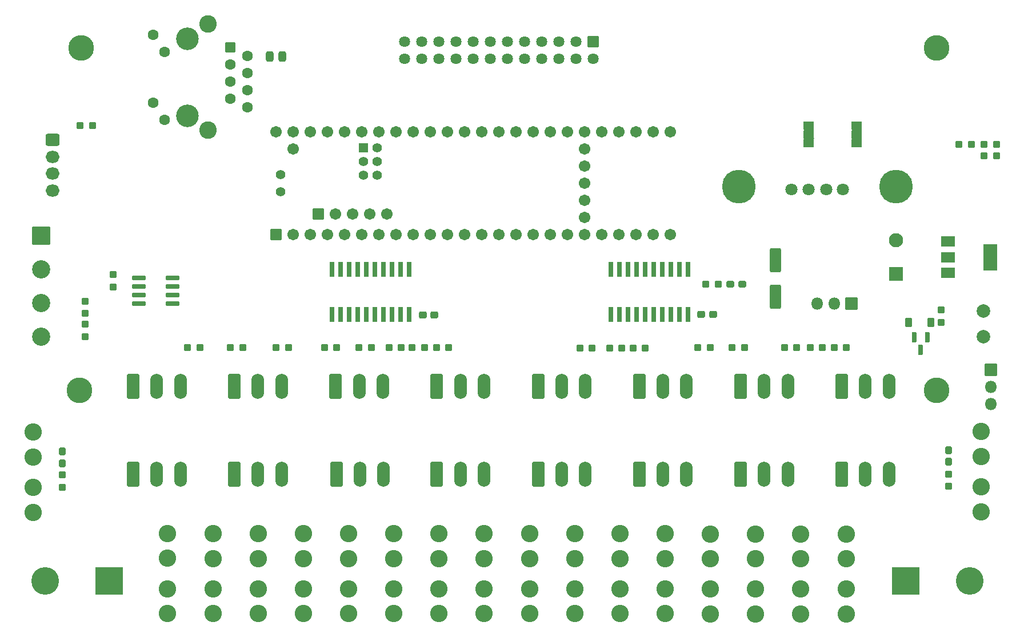
<source format=gbr>
%TF.GenerationSoftware,KiCad,Pcbnew,(6.0.7)*%
%TF.CreationDate,2022-08-24T09:40:48-04:00*%
%TF.ProjectId,Teensy_16,5465656e-7379-45f3-9136-2e6b69636164,v1*%
%TF.SameCoordinates,Original*%
%TF.FileFunction,Soldermask,Top*%
%TF.FilePolarity,Negative*%
%FSLAX46Y46*%
G04 Gerber Fmt 4.6, Leading zero omitted, Abs format (unit mm)*
G04 Created by KiCad (PCBNEW (6.0.7)) date 2022-08-24 09:40:48*
%MOMM*%
%LPD*%
G01*
G04 APERTURE LIST*
G04 Aperture macros list*
%AMRoundRect*
0 Rectangle with rounded corners*
0 $1 Rounding radius*
0 $2 $3 $4 $5 $6 $7 $8 $9 X,Y pos of 4 corners*
0 Add a 4 corners polygon primitive as box body*
4,1,4,$2,$3,$4,$5,$6,$7,$8,$9,$2,$3,0*
0 Add four circle primitives for the rounded corners*
1,1,$1+$1,$2,$3*
1,1,$1+$1,$4,$5*
1,1,$1+$1,$6,$7*
1,1,$1+$1,$8,$9*
0 Add four rect primitives between the rounded corners*
20,1,$1+$1,$2,$3,$4,$5,0*
20,1,$1+$1,$4,$5,$6,$7,0*
20,1,$1+$1,$6,$7,$8,$9,0*
20,1,$1+$1,$8,$9,$2,$3,0*%
G04 Aperture macros list end*
%ADD10RoundRect,0.288500X-0.300000X-0.237500X0.300000X-0.237500X0.300000X0.237500X-0.300000X0.237500X0*%
%ADD11C,2.577000*%
%ADD12RoundRect,0.301000X-0.650000X-1.550000X0.650000X-1.550000X0.650000X1.550000X-0.650000X1.550000X0*%
%ADD13O,1.902000X3.702000*%
%ADD14RoundRect,0.051000X-0.450000X-0.600000X0.450000X-0.600000X0.450000X0.600000X-0.450000X0.600000X0*%
%ADD15RoundRect,0.288500X0.237500X-0.250000X0.237500X0.250000X-0.237500X0.250000X-0.237500X-0.250000X0*%
%ADD16C,3.802000*%
%ADD17C,5.000000*%
%ADD18C,1.802000*%
%ADD19RoundRect,0.288500X-0.237500X0.287500X-0.237500X-0.287500X0.237500X-0.287500X0.237500X0.287500X0*%
%ADD20RoundRect,0.288500X-0.237500X0.250000X-0.237500X-0.250000X0.237500X-0.250000X0.237500X0.250000X0*%
%ADD21RoundRect,0.288500X-0.287500X-0.237500X0.287500X-0.237500X0.287500X0.237500X-0.287500X0.237500X0*%
%ADD22RoundRect,0.301000X0.250000X0.475000X-0.250000X0.475000X-0.250000X-0.475000X0.250000X-0.475000X0*%
%ADD23RoundRect,0.051000X-0.279400X1.079500X-0.279400X-1.079500X0.279400X-1.079500X0.279400X1.079500X0*%
%ADD24RoundRect,0.201000X0.825000X0.150000X-0.825000X0.150000X-0.825000X-0.150000X0.825000X-0.150000X0*%
%ADD25C,3.352000*%
%ADD26RoundRect,0.301500X-0.499500X0.499500X-0.499500X-0.499500X0.499500X-0.499500X0.499500X0.499500X0*%
%ADD27C,1.602000*%
%ADD28C,2.602000*%
%ADD29RoundRect,0.051000X0.750000X-0.500000X0.750000X0.500000X-0.750000X0.500000X-0.750000X-0.500000X0*%
%ADD30RoundRect,0.051000X-0.750000X0.500000X-0.750000X-0.500000X0.750000X-0.500000X0.750000X0.500000X0*%
%ADD31RoundRect,0.051000X2.000000X2.000000X-2.000000X2.000000X-2.000000X-2.000000X2.000000X-2.000000X0*%
%ADD32C,4.102000*%
%ADD33RoundRect,0.051000X-2.000000X-2.000000X2.000000X-2.000000X2.000000X2.000000X-2.000000X2.000000X0*%
%ADD34RoundRect,0.051000X0.765000X0.765000X-0.765000X0.765000X-0.765000X-0.765000X0.765000X-0.765000X0*%
%ADD35C,1.632000*%
%ADD36RoundRect,0.051000X-0.800000X-0.800000X0.800000X-0.800000X0.800000X0.800000X-0.800000X0.800000X0*%
%ADD37C,1.702000*%
%ADD38RoundRect,0.051000X-0.650000X-0.650000X0.650000X-0.650000X0.650000X0.650000X-0.650000X0.650000X0*%
%ADD39C,1.402000*%
%ADD40RoundRect,0.051000X-0.850000X0.850000X-0.850000X-0.850000X0.850000X-0.850000X0.850000X0.850000X0*%
%ADD41O,1.802000X1.802000*%
%ADD42RoundRect,0.051000X-1.000000X-0.750000X1.000000X-0.750000X1.000000X0.750000X-1.000000X0.750000X0*%
%ADD43RoundRect,0.051000X-1.000000X-1.900000X1.000000X-1.900000X1.000000X1.900000X-1.000000X1.900000X0*%
%ADD44RoundRect,0.301000X-0.725000X0.600000X-0.725000X-0.600000X0.725000X-0.600000X0.725000X0.600000X0*%
%ADD45O,2.052000X1.802000*%
%ADD46C,2.006000*%
%ADD47RoundRect,0.051000X-0.850000X-0.850000X0.850000X-0.850000X0.850000X0.850000X-0.850000X0.850000X0*%
%ADD48RoundRect,0.051000X-1.300000X1.300000X-1.300000X-1.300000X1.300000X-1.300000X1.300000X1.300000X0*%
%ADD49C,2.702000*%
%ADD50RoundRect,0.288500X-0.250000X-0.237500X0.250000X-0.237500X0.250000X0.237500X-0.250000X0.237500X0*%
%ADD51RoundRect,0.301000X0.550000X-1.500000X0.550000X1.500000X-0.550000X1.500000X-0.550000X-1.500000X0*%
%ADD52RoundRect,0.051000X1.000000X-1.000000X1.000000X1.000000X-1.000000X1.000000X-1.000000X-1.000000X0*%
%ADD53C,2.102000*%
%ADD54RoundRect,0.288500X0.250000X0.237500X-0.250000X0.237500X-0.250000X-0.237500X0.250000X-0.237500X0*%
%ADD55RoundRect,0.201000X-0.150000X0.587500X-0.150000X-0.587500X0.150000X-0.587500X0.150000X0.587500X0*%
G04 APERTURE END LIST*
D10*
%TO.C,C4*%
X-69087700Y23653700D03*
X-67362700Y23653700D03*
%TD*%
D11*
%TO.C,F18*%
X-126834600Y-5635100D03*
X-126834600Y-1935100D03*
X-126834600Y2564900D03*
X-126834600Y6264900D03*
%TD*%
D12*
%TO.C,J2*%
X-112017200Y3500D03*
D13*
X-108517200Y3500D03*
X-105017200Y3500D03*
%TD*%
D12*
%TO.C,J5*%
X-82017200Y13003500D03*
D13*
X-78517200Y13003500D03*
X-75017200Y13003500D03*
%TD*%
D12*
%TO.C,J6*%
X-81902858Y3500D03*
D13*
X-78402858Y3500D03*
X-74902858Y3500D03*
%TD*%
D12*
%TO.C,J7*%
X-67017200Y13003500D03*
D13*
X-63517200Y13003500D03*
X-60017200Y13003500D03*
%TD*%
D12*
%TO.C,J8*%
X-67017200Y3500D03*
D13*
X-63517200Y3500D03*
X-60017200Y3500D03*
%TD*%
D12*
%TO.C,J9*%
X-52017200Y13003500D03*
D13*
X-48517200Y13003500D03*
X-45017200Y13003500D03*
%TD*%
D12*
%TO.C,J10*%
X-52017200Y3500D03*
D13*
X-48517200Y3500D03*
X-45017200Y3500D03*
%TD*%
D12*
%TO.C,J11*%
X-37017200Y13003500D03*
D13*
X-33517200Y13003500D03*
X-30017200Y13003500D03*
%TD*%
D12*
%TO.C,J12*%
X-37017200Y3500D03*
D13*
X-33517200Y3500D03*
X-30017200Y3500D03*
%TD*%
D12*
%TO.C,J13*%
X-22017200Y13003500D03*
D13*
X-18517200Y13003500D03*
X-15017200Y13003500D03*
%TD*%
D12*
%TO.C,J14*%
X-22017200Y3500D03*
D13*
X-18517200Y3500D03*
X-15017200Y3500D03*
%TD*%
D12*
%TO.C,J15*%
X-7017200Y13003500D03*
D13*
X-3517200Y13003500D03*
X-17200Y13003500D03*
%TD*%
D12*
%TO.C,J16*%
X-7017200Y3500D03*
D13*
X-3517200Y3500D03*
X-17200Y3500D03*
%TD*%
D11*
%TO.C,F1*%
X-106894600Y-20685100D03*
X-106894600Y-16985100D03*
X-106894600Y-12485100D03*
X-106894600Y-8785100D03*
%TD*%
%TO.C,F7*%
X-66692002Y-20695100D03*
X-66692002Y-16995100D03*
X-66692002Y-12495100D03*
X-66692002Y-8795100D03*
%TD*%
%TO.C,F14*%
X-19788971Y-20760100D03*
X-19788971Y-17060100D03*
X-19788971Y-12560100D03*
X-19788971Y-8860100D03*
%TD*%
D10*
%TO.C,C3*%
X-27812700Y23703700D03*
X-26087700Y23703700D03*
%TD*%
D11*
%TO.C,F2*%
X-100194167Y-20700100D03*
X-100194167Y-17000100D03*
X-100194167Y-12500100D03*
X-100194167Y-8800100D03*
%TD*%
%TO.C,F6*%
X-73392435Y-20695100D03*
X-73392435Y-16995100D03*
X-73392435Y-12495100D03*
X-73392435Y-8795100D03*
%TD*%
%TO.C,F8*%
X-59991569Y-20695100D03*
X-59991569Y-16995100D03*
X-59991569Y-12495100D03*
X-59991569Y-8795100D03*
%TD*%
%TO.C,F9*%
X-53291136Y-20695100D03*
X-53291136Y-16995100D03*
X-53291136Y-12495100D03*
X-53291136Y-8795100D03*
%TD*%
%TO.C,F10*%
X-46590703Y-20695100D03*
X-46590703Y-16995100D03*
X-46590703Y-12495100D03*
X-46590703Y-8795100D03*
%TD*%
%TO.C,F16*%
X-6388100Y-20760100D03*
X-6388100Y-17060100D03*
X-6388100Y-12560100D03*
X-6388100Y-8860100D03*
%TD*%
%TO.C,F5*%
X-80092868Y-20695100D03*
X-80092868Y-16995100D03*
X-80092868Y-12495100D03*
X-80092868Y-8795100D03*
%TD*%
%TO.C,F3*%
X-93493734Y-20700100D03*
X-93493734Y-17000100D03*
X-93493734Y-12500100D03*
X-93493734Y-8800100D03*
%TD*%
%TO.C,F13*%
X-26489404Y-20760100D03*
X-26489404Y-17060100D03*
X-26489404Y-12560100D03*
X-26489404Y-8860100D03*
%TD*%
%TO.C,F11*%
X-39890270Y-20695100D03*
X-39890270Y-16995100D03*
X-39890270Y-12495100D03*
X-39890270Y-8795100D03*
%TD*%
%TO.C,F4*%
X-86793301Y-20700100D03*
X-86793301Y-17000100D03*
X-86793301Y-12500100D03*
X-86793301Y-8800100D03*
%TD*%
D12*
%TO.C,J1*%
X-112017200Y13003500D03*
D13*
X-108517200Y13003500D03*
X-105017200Y13003500D03*
%TD*%
D12*
%TO.C,J3*%
X-97017200Y13003500D03*
D13*
X-93517200Y13003500D03*
X-90017200Y13003500D03*
%TD*%
D12*
%TO.C,J4*%
X-97017200Y3500D03*
D13*
X-93517200Y3500D03*
X-90017200Y3500D03*
%TD*%
D14*
%TO.C,D1*%
X2849800Y22553700D03*
X6149800Y22553700D03*
%TD*%
D15*
%TO.C,R2*%
X-114950200Y27791200D03*
X-114950200Y29616200D03*
%TD*%
D11*
%TO.C,F15*%
X-13088538Y-20760100D03*
X-13088538Y-17060100D03*
X-13088538Y-12560100D03*
X-13088538Y-8860100D03*
%TD*%
%TO.C,F12*%
X-33189837Y-20695100D03*
X-33189837Y-16995100D03*
X-33189837Y-12495100D03*
X-33189837Y-8795100D03*
%TD*%
D16*
%TO.C,H4*%
X-119689600Y63284900D03*
%TD*%
D17*
%TO.C,J26*%
X-22300200Y42703700D03*
X999800Y42703700D03*
D18*
X-14450200Y42203700D03*
X-11950200Y42203700D03*
X-9350200Y42203700D03*
X-6850200Y42203700D03*
%TD*%
D19*
%TO.C,D5*%
X-122550200Y3378700D03*
X-122550200Y1628700D03*
%TD*%
%TO.C,D6*%
X8849800Y3578700D03*
X8849800Y1828700D03*
%TD*%
D16*
%TO.C,H2*%
X-119989600Y12484900D03*
%TD*%
D20*
%TO.C,R4*%
X-122550200Y-83800D03*
X-122550200Y-1908800D03*
%TD*%
%TO.C,R5*%
X8849800Y16200D03*
X8849800Y-1808800D03*
%TD*%
D21*
%TO.C,D4*%
X-23525200Y28203700D03*
X-21775200Y28203700D03*
%TD*%
D11*
%TO.C,F17*%
X13608800Y-5578300D03*
X13608800Y-1878300D03*
X13608800Y2621700D03*
X13608800Y6321700D03*
%TD*%
D22*
%TO.C,C5*%
X-89900200Y62003700D03*
X-91800200Y62003700D03*
%TD*%
D23*
%TO.C,U4*%
X-29785200Y30431900D03*
X-31055200Y30431900D03*
X-32325200Y30431900D03*
X-33595200Y30431900D03*
X-34865200Y30431900D03*
X-36135200Y30431900D03*
X-37405200Y30431900D03*
X-38675200Y30431900D03*
X-39945200Y30431900D03*
X-41215200Y30431900D03*
X-41215200Y23675500D03*
X-39945200Y23675500D03*
X-38675200Y23675500D03*
X-37405200Y23675500D03*
X-36135200Y23675500D03*
X-34865200Y23675500D03*
X-33595200Y23675500D03*
X-32325200Y23675500D03*
X-31055200Y23675500D03*
X-29785200Y23675500D03*
%TD*%
%TO.C,U3*%
X-71135200Y30431900D03*
X-72405200Y30431900D03*
X-73675200Y30431900D03*
X-74945200Y30431900D03*
X-76215200Y30431900D03*
X-77485200Y30431900D03*
X-78755200Y30431900D03*
X-80025200Y30431900D03*
X-81295200Y30431900D03*
X-82565200Y30431900D03*
X-82565200Y23675500D03*
X-81295200Y23675500D03*
X-80025200Y23675500D03*
X-78755200Y23675500D03*
X-77485200Y23675500D03*
X-76215200Y23675500D03*
X-74945200Y23675500D03*
X-73675200Y23675500D03*
X-72405200Y23675500D03*
X-71135200Y23675500D03*
%TD*%
D24*
%TO.C,U5*%
X-106175200Y25298700D03*
X-106175200Y26568700D03*
X-106175200Y27838700D03*
X-106175200Y29108700D03*
X-111125200Y29108700D03*
X-111125200Y27838700D03*
X-111125200Y26568700D03*
X-111125200Y25298700D03*
%TD*%
D25*
%TO.C,J20*%
X-103950200Y64618700D03*
X-103950200Y53188700D03*
D26*
X-97600200Y63348700D03*
D27*
X-95060200Y62078700D03*
X-97600200Y60808700D03*
X-95060200Y59538700D03*
X-97600200Y58268700D03*
X-95060200Y56998700D03*
X-97600200Y55728700D03*
X-95060200Y54458700D03*
X-109030200Y65228700D03*
X-107330200Y62688700D03*
X-109030200Y55118700D03*
X-107330200Y52578700D03*
D28*
X-100900200Y51028700D03*
X-100900200Y66778700D03*
%TD*%
D29*
%TO.C,PIN4*%
X-4792700Y49103700D03*
X-4792700Y50403700D03*
X-4792700Y51703700D03*
%TD*%
D30*
%TO.C,PIN3*%
X-11892700Y51703700D03*
X-11892700Y50403700D03*
X-11892700Y49103700D03*
%TD*%
D31*
%TO.C,J17*%
X-115550200Y-15796300D03*
D32*
X-125050200Y-15796300D03*
%TD*%
D33*
%TO.C,J18*%
X2449800Y-15796300D03*
D32*
X11949800Y-15796300D03*
%TD*%
D34*
%TO.C,J24*%
X-43880200Y64173700D03*
D35*
X-43880200Y61633700D03*
X-46420200Y64173700D03*
X-46420200Y61633700D03*
X-48960200Y64173700D03*
X-48960200Y61633700D03*
X-51500200Y64173700D03*
X-51500200Y61633700D03*
X-54040200Y64173700D03*
X-54040200Y61633700D03*
X-56580200Y64173700D03*
X-56580200Y61633700D03*
X-59120200Y64173700D03*
X-59120200Y61633700D03*
X-61660200Y64173700D03*
X-61660200Y61633700D03*
X-64200200Y64173700D03*
X-64200200Y61633700D03*
X-66740200Y64173700D03*
X-66740200Y61633700D03*
X-69280200Y64173700D03*
X-69280200Y61633700D03*
X-71820200Y64173700D03*
X-71820200Y61633700D03*
%TD*%
D36*
%TO.C,U1*%
X-90860200Y35583700D03*
D37*
X-88320200Y35583700D03*
X-85780200Y35583700D03*
X-83240200Y35583700D03*
X-80700200Y35583700D03*
X-78160200Y35583700D03*
X-75620200Y35583700D03*
X-73080200Y35583700D03*
X-70540200Y35583700D03*
X-68000200Y35583700D03*
X-65460200Y35583700D03*
X-62920200Y35583700D03*
X-60380200Y35583700D03*
X-57840200Y35583700D03*
X-55300200Y35583700D03*
X-52760200Y35583700D03*
X-50220200Y35583700D03*
X-47680200Y35583700D03*
X-45140200Y35583700D03*
X-42600200Y35583700D03*
X-40060200Y35583700D03*
X-37520200Y35583700D03*
X-34980200Y35583700D03*
X-32440200Y35583700D03*
X-32440200Y50823700D03*
X-34980200Y50823700D03*
X-37520200Y50823700D03*
X-40060200Y50823700D03*
X-42600200Y50823700D03*
X-45140200Y50823700D03*
X-47680200Y50823700D03*
X-50220200Y50823700D03*
X-52760200Y50823700D03*
X-55300200Y50823700D03*
X-57840200Y50823700D03*
X-60380200Y50823700D03*
X-62920200Y50823700D03*
X-65460200Y50823700D03*
X-68000200Y50823700D03*
X-70540200Y50823700D03*
X-73080200Y50823700D03*
X-75620200Y50823700D03*
X-78160200Y50823700D03*
X-80700200Y50823700D03*
X-83240200Y50823700D03*
X-85780200Y50823700D03*
X-88320200Y50823700D03*
X-90860200Y50823700D03*
X-88320200Y48283700D03*
X-45140200Y38123700D03*
X-45140200Y40663700D03*
X-45140200Y43203700D03*
X-45140200Y45743700D03*
X-45140200Y48283700D03*
D36*
X-84561000Y38634500D03*
D37*
X-82021000Y38634500D03*
X-79481000Y38634500D03*
X-76941000Y38634500D03*
X-74401000Y38634500D03*
D38*
X-77890200Y48385300D03*
D39*
X-77890200Y46385300D03*
X-77890200Y44385300D03*
X-75890200Y44385300D03*
X-75890200Y46385300D03*
X-75890200Y48385300D03*
X-90130200Y44473700D03*
X-90130200Y41933700D03*
%TD*%
D16*
%TO.C,H1*%
X7010400Y12484900D03*
%TD*%
D40*
%TO.C,J23*%
X-5625200Y25303700D03*
D41*
X-8165200Y25303700D03*
X-10705200Y25303700D03*
%TD*%
D42*
%TO.C,U2*%
X8699800Y34503700D03*
D43*
X14999800Y32203700D03*
D42*
X8699800Y32203700D03*
X8699800Y29903700D03*
%TD*%
D44*
%TO.C,J19*%
X-123950200Y49603700D03*
D45*
X-123950200Y47103700D03*
X-123950200Y44603700D03*
X-123950200Y42103700D03*
%TD*%
D46*
%TO.C,J27*%
X14000259Y20398140D03*
X14000259Y24208140D03*
%TD*%
D47*
%TO.C,J28*%
X15049800Y15503700D03*
D41*
X15049800Y12963700D03*
X15049800Y10423700D03*
%TD*%
D48*
%TO.C,J22*%
X-125650200Y35403700D03*
D49*
X-125650200Y30403700D03*
X-125650200Y25403700D03*
X-125650200Y20403700D03*
%TD*%
D15*
%TO.C,R9*%
X-119100200Y20441200D03*
X-119100200Y22266200D03*
%TD*%
%TO.C,R10*%
X-119100200Y23841200D03*
X-119100200Y25666200D03*
%TD*%
D50*
%TO.C,R3*%
X-27162700Y28203700D03*
X-25337700Y28203700D03*
%TD*%
D51*
%TO.C,C2*%
X-16850200Y26353700D03*
X-16850200Y31753700D03*
%TD*%
D52*
%TO.C,C1*%
X1049800Y29736023D03*
D53*
X1049800Y34736023D03*
%TD*%
D54*
%TO.C,R8*%
X-118037700Y51703700D03*
X-119862700Y51703700D03*
%TD*%
%TO.C,R12*%
X15887300Y47278700D03*
X14062300Y47278700D03*
%TD*%
D50*
%TO.C,R13*%
X14062300Y48953700D03*
X15887300Y48953700D03*
%TD*%
D16*
%TO.C,H5*%
X7010400Y63284887D03*
%TD*%
D50*
%TO.C,R31*%
X-28362700Y18803700D03*
X-26537700Y18803700D03*
%TD*%
D54*
%TO.C,R22*%
X-76712700Y18753700D03*
X-78537700Y18753700D03*
%TD*%
D50*
%TO.C,R20*%
X-70662700Y18753700D03*
X-68837700Y18753700D03*
%TD*%
D54*
%TO.C,R26*%
X-102137700Y18753700D03*
X-103962700Y18753700D03*
%TD*%
%TO.C,R25*%
X-95762700Y18753700D03*
X-97587700Y18753700D03*
%TD*%
D55*
%TO.C,Q1*%
X5649800Y20341200D03*
X3749800Y20341200D03*
X4699800Y18466200D03*
%TD*%
D54*
%TO.C,R23*%
X-81837700Y18753700D03*
X-83662700Y18753700D03*
%TD*%
%TO.C,R33*%
X-39587700Y18703700D03*
X-41412700Y18703700D03*
%TD*%
D50*
%TO.C,R19*%
X-67062700Y18753700D03*
X-65237700Y18753700D03*
%TD*%
%TO.C,R11*%
X10337300Y48903700D03*
X12162300Y48903700D03*
%TD*%
D54*
%TO.C,R34*%
X-43987700Y18703700D03*
X-45812700Y18703700D03*
%TD*%
%TO.C,R24*%
X-88987700Y18753700D03*
X-90812700Y18753700D03*
%TD*%
D50*
%TO.C,R32*%
X-37962700Y18703700D03*
X-36137700Y18703700D03*
%TD*%
%TO.C,R27*%
X-8162700Y18803700D03*
X-6337700Y18803700D03*
%TD*%
D20*
%TO.C,R14*%
X7699800Y24366200D03*
X7699800Y22541200D03*
%TD*%
D50*
%TO.C,R28*%
X-11712700Y18803700D03*
X-9887700Y18803700D03*
%TD*%
%TO.C,R29*%
X-15512700Y18803700D03*
X-13687700Y18803700D03*
%TD*%
%TO.C,R30*%
X-23262700Y18753700D03*
X-21437700Y18753700D03*
%TD*%
%TO.C,R21*%
X-74112700Y18753700D03*
X-72287700Y18753700D03*
%TD*%
G36*
X-11126032Y49857035D02*
G01*
X-11125642Y49855073D01*
X-11126001Y49854433D01*
X-11169189Y49802754D01*
X-11177820Y49734039D01*
X-11147856Y49671409D01*
X-11127018Y49653352D01*
X-11126364Y49651462D01*
X-11127674Y49649951D01*
X-11128718Y49649879D01*
X-11142899Y49652700D01*
X-12642501Y49652700D01*
X-12657474Y49649722D01*
X-12659368Y49650365D01*
X-12659758Y49652327D01*
X-12659399Y49652967D01*
X-12616211Y49704646D01*
X-12607580Y49773361D01*
X-12637544Y49835991D01*
X-12658382Y49854048D01*
X-12659036Y49855938D01*
X-12657726Y49857449D01*
X-12656682Y49857521D01*
X-12642501Y49854700D01*
X-11142899Y49854700D01*
X-11127926Y49857678D01*
X-11126032Y49857035D01*
G37*
G36*
X-4026032Y49857035D02*
G01*
X-4025642Y49855073D01*
X-4026001Y49854433D01*
X-4069189Y49802754D01*
X-4077820Y49734039D01*
X-4047856Y49671409D01*
X-4027018Y49653352D01*
X-4026364Y49651462D01*
X-4027674Y49649951D01*
X-4028718Y49649879D01*
X-4042899Y49652700D01*
X-5542501Y49652700D01*
X-5557474Y49649722D01*
X-5559368Y49650365D01*
X-5559758Y49652327D01*
X-5559399Y49652967D01*
X-5516211Y49704646D01*
X-5507580Y49773361D01*
X-5537544Y49835991D01*
X-5558382Y49854048D01*
X-5559036Y49855938D01*
X-5557726Y49857449D01*
X-5556682Y49857521D01*
X-5542501Y49854700D01*
X-4042899Y49854700D01*
X-4027926Y49857678D01*
X-4026032Y49857035D01*
G37*
G36*
X-11126032Y51157035D02*
G01*
X-11125642Y51155073D01*
X-11126001Y51154433D01*
X-11169189Y51102754D01*
X-11177820Y51034039D01*
X-11147856Y50971409D01*
X-11127018Y50953352D01*
X-11126364Y50951462D01*
X-11127674Y50949951D01*
X-11128718Y50949879D01*
X-11142899Y50952700D01*
X-12642501Y50952700D01*
X-12657474Y50949722D01*
X-12659368Y50950365D01*
X-12659758Y50952327D01*
X-12659399Y50952967D01*
X-12616211Y51004646D01*
X-12607580Y51073361D01*
X-12637544Y51135991D01*
X-12658382Y51154048D01*
X-12659036Y51155938D01*
X-12657726Y51157449D01*
X-12656682Y51157521D01*
X-12642501Y51154700D01*
X-11142899Y51154700D01*
X-11127926Y51157678D01*
X-11126032Y51157035D01*
G37*
G36*
X-4026032Y51157035D02*
G01*
X-4025642Y51155073D01*
X-4026001Y51154433D01*
X-4069189Y51102754D01*
X-4077820Y51034039D01*
X-4047856Y50971409D01*
X-4027018Y50953352D01*
X-4026364Y50951462D01*
X-4027674Y50949951D01*
X-4028718Y50949879D01*
X-4042899Y50952700D01*
X-5542501Y50952700D01*
X-5557474Y50949722D01*
X-5559368Y50950365D01*
X-5559758Y50952327D01*
X-5559399Y50952967D01*
X-5516211Y51004646D01*
X-5507580Y51073361D01*
X-5537544Y51135991D01*
X-5558382Y51154048D01*
X-5559036Y51155938D01*
X-5557726Y51157449D01*
X-5556682Y51157521D01*
X-5542501Y51154700D01*
X-4042899Y51154700D01*
X-4027926Y51157678D01*
X-4026032Y51157035D01*
G37*
M02*

</source>
